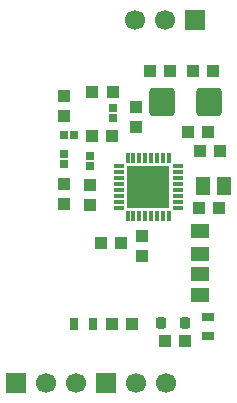
<source format=gts>
G04*
G04 #@! TF.GenerationSoftware,Altium Limited,Altium Designer,18.1.7 (191)*
G04*
G04 Layer_Color=8388736*
%FSLAX24Y24*%
%MOIN*%
G70*
G01*
G75*
%ADD23R,0.0394X0.0315*%
%ADD24R,0.0433X0.0394*%
%ADD25R,0.0315X0.0394*%
%ADD26R,0.0276X0.0256*%
%ADD27R,0.0394X0.0433*%
%ADD28R,0.0256X0.0276*%
G04:AMPARAMS|DCode=29|XSize=35.4mil|YSize=39.4mil|CornerRadius=9.8mil|HoleSize=0mil|Usage=FLASHONLY|Rotation=0.000|XOffset=0mil|YOffset=0mil|HoleType=Round|Shape=RoundedRectangle|*
%AMROUNDEDRECTD29*
21,1,0.0354,0.0197,0,0,0.0*
21,1,0.0157,0.0394,0,0,0.0*
1,1,0.0197,0.0079,-0.0098*
1,1,0.0197,-0.0079,-0.0098*
1,1,0.0197,-0.0079,0.0098*
1,1,0.0197,0.0079,0.0098*
%
%ADD29ROUNDEDRECTD29*%
G04:AMPARAMS|DCode=30|XSize=94.5mil|YSize=86.6mil|CornerRadius=14.4mil|HoleSize=0mil|Usage=FLASHONLY|Rotation=90.000|XOffset=0mil|YOffset=0mil|HoleType=Round|Shape=RoundedRectangle|*
%AMROUNDEDRECTD30*
21,1,0.0945,0.0579,0,0,90.0*
21,1,0.0657,0.0866,0,0,90.0*
1,1,0.0287,0.0289,0.0329*
1,1,0.0287,0.0289,-0.0329*
1,1,0.0287,-0.0289,-0.0329*
1,1,0.0287,-0.0289,0.0329*
%
%ADD30ROUNDEDRECTD30*%
%ADD31R,0.0492X0.0610*%
%ADD32O,0.0150X0.0374*%
%ADD33O,0.0374X0.0150*%
%ADD34R,0.1398X0.1398*%
%ADD35R,0.0591X0.0453*%
%ADD36R,0.0610X0.0492*%
%ADD37C,0.0669*%
%ADD38R,0.0669X0.0669*%
D23*
X73465Y16939D02*
D03*
Y17549D02*
D03*
D24*
X72018Y16752D02*
D03*
X72687D02*
D03*
X73868Y23081D02*
D03*
X73199D02*
D03*
X70256Y17313D02*
D03*
X70925D02*
D03*
X70276Y25069D02*
D03*
X69606D02*
D03*
X69603Y23602D02*
D03*
X70272D02*
D03*
X72943Y25758D02*
D03*
X73612D02*
D03*
X70571Y20030D02*
D03*
X69902D02*
D03*
X72195Y25757D02*
D03*
X71526D02*
D03*
X73169Y21191D02*
D03*
X73839D02*
D03*
X73445Y23720D02*
D03*
X72776D02*
D03*
D25*
X69616Y17313D02*
D03*
X69006D02*
D03*
D26*
X70276Y24183D02*
D03*
Y24518D02*
D03*
X69528Y22933D02*
D03*
Y22598D02*
D03*
X68660Y22648D02*
D03*
Y22982D02*
D03*
D27*
X69528Y21299D02*
D03*
Y21969D02*
D03*
X68652Y24921D02*
D03*
Y24252D02*
D03*
X68661Y21319D02*
D03*
Y21988D02*
D03*
X71260Y19587D02*
D03*
Y20256D02*
D03*
X71073Y24547D02*
D03*
Y23878D02*
D03*
D28*
X68661Y23612D02*
D03*
X68996D02*
D03*
D29*
X72687Y17372D02*
D03*
X71887D02*
D03*
D30*
X73494Y24724D02*
D03*
X71919D02*
D03*
D31*
X73287Y21939D02*
D03*
X73996D02*
D03*
D32*
X70778Y22864D02*
D03*
X70974D02*
D03*
X71171D02*
D03*
X71368D02*
D03*
X71565D02*
D03*
X71762D02*
D03*
X71959D02*
D03*
X72156D02*
D03*
Y20915D02*
D03*
X71959D02*
D03*
X71762D02*
D03*
X71565D02*
D03*
X71368D02*
D03*
X71171D02*
D03*
X70974D02*
D03*
X70778D02*
D03*
D33*
X72441Y22579D02*
D03*
Y22382D02*
D03*
Y22185D02*
D03*
Y21988D02*
D03*
Y21791D02*
D03*
Y21594D02*
D03*
Y21398D02*
D03*
Y21201D02*
D03*
X70492D02*
D03*
Y21398D02*
D03*
Y21594D02*
D03*
Y21791D02*
D03*
Y21988D02*
D03*
Y22185D02*
D03*
Y22382D02*
D03*
Y22579D02*
D03*
D34*
X71467Y21890D02*
D03*
D35*
X73175Y19661D02*
D03*
Y20409D02*
D03*
D36*
X73179Y18982D02*
D03*
Y18274D02*
D03*
D37*
X71012Y27470D02*
D03*
X72012D02*
D03*
X72049Y15344D02*
D03*
X71049D02*
D03*
X69047D02*
D03*
X68047D02*
D03*
D38*
X73012Y27470D02*
D03*
X70049Y15344D02*
D03*
X67047D02*
D03*
M02*

</source>
